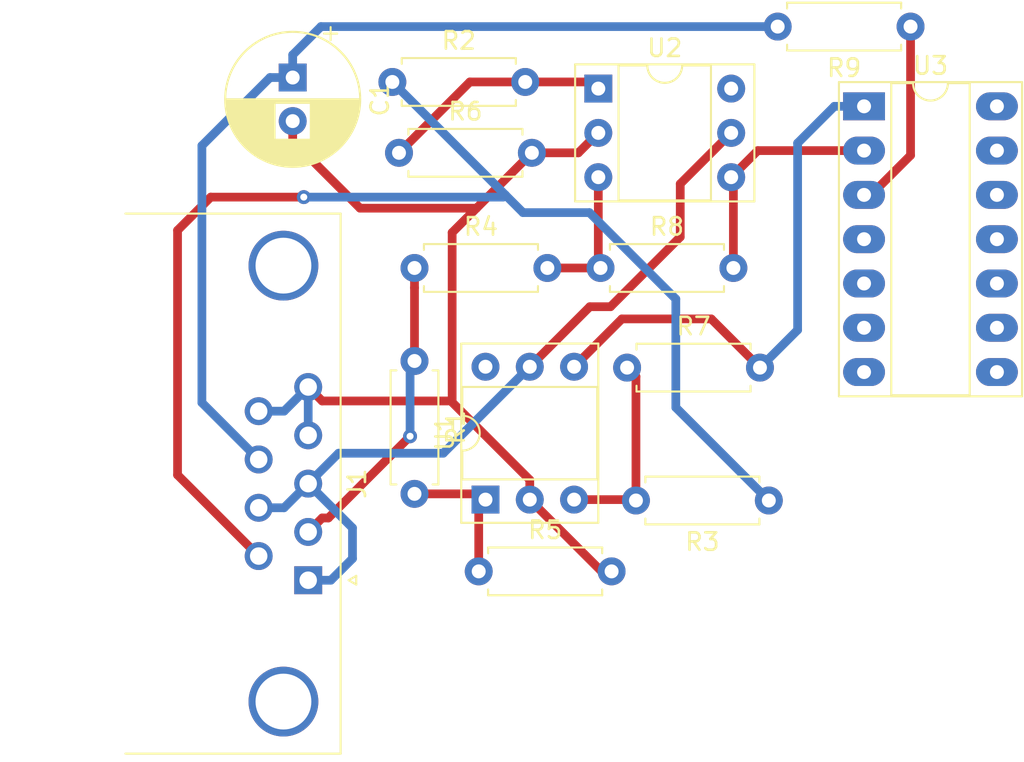
<source format=kicad_pcb>
(kicad_pcb (version 20171130) (host pcbnew "(5.0.2)-1")

  (general
    (thickness 1.6)
    (drawings 0)
    (tracks 88)
    (zones 0)
    (modules 14)
    (nets 13)
  )

  (page A4)
  (layers
    (0 F.Cu signal)
    (31 B.Cu signal)
    (32 B.Adhes user)
    (33 F.Adhes user)
    (34 B.Paste user)
    (35 F.Paste user)
    (36 B.SilkS user)
    (37 F.SilkS user)
    (38 B.Mask user)
    (39 F.Mask user)
    (40 Dwgs.User user)
    (41 Cmts.User user)
    (42 Eco1.User user)
    (43 Eco2.User user)
    (44 Edge.Cuts user)
    (45 Margin user)
    (46 B.CrtYd user)
    (47 F.CrtYd user)
    (48 B.Fab user hide)
    (49 F.Fab user hide)
  )

  (setup
    (last_trace_width 0.5)
    (trace_clearance 0.2)
    (zone_clearance 0.508)
    (zone_45_only no)
    (trace_min 0.5)
    (segment_width 0.2)
    (edge_width 0.1)
    (via_size 0.8)
    (via_drill 0.4)
    (via_min_size 0.6)
    (via_min_drill 0.3)
    (uvia_size 0.3)
    (uvia_drill 0.1)
    (uvias_allowed no)
    (uvia_min_size 0.2)
    (uvia_min_drill 0.1)
    (pcb_text_width 0.3)
    (pcb_text_size 1.5 1.5)
    (mod_edge_width 0.15)
    (mod_text_size 1 1)
    (mod_text_width 0.15)
    (pad_size 1.5 1.5)
    (pad_drill 0.6)
    (pad_to_mask_clearance 0)
    (solder_mask_min_width 0.25)
    (aux_axis_origin 0 0)
    (visible_elements 7FFFFFFF)
    (pcbplotparams
      (layerselection 0x010fc_ffffffff)
      (usegerberextensions false)
      (usegerberattributes false)
      (usegerberadvancedattributes false)
      (creategerberjobfile false)
      (excludeedgelayer true)
      (linewidth 0.100000)
      (plotframeref false)
      (viasonmask false)
      (mode 1)
      (useauxorigin false)
      (hpglpennumber 1)
      (hpglpenspeed 20)
      (hpglpendiameter 15.000000)
      (psnegative false)
      (psa4output false)
      (plotreference true)
      (plotvalue true)
      (plotinvisibletext false)
      (padsonsilk false)
      (subtractmaskfromsilk false)
      (outputformat 1)
      (mirror false)
      (drillshape 1)
      (scaleselection 1)
      (outputdirectory ""))
  )

  (net 0 "")
  (net 1 ERROR)
  (net 2 GND)
  (net 3 VCC)
  (net 4 APPS2)
  (net 5 APPS1)
  (net 6 "Net-(R1-Pad2)")
  (net 7 "Net-(R2-Pad2)")
  (net 8 "Net-(R3-Pad2)")
  (net 9 "Net-(R4-Pad2)")
  (net 10 "Net-(R7-Pad2)")
  (net 11 "Net-(R8-Pad2)")
  (net 12 "Net-(R9-Pad1)")

  (net_class Default "This is the default net class."
    (clearance 0.2)
    (trace_width 0.5)
    (via_dia 0.8)
    (via_drill 0.4)
    (uvia_dia 0.3)
    (uvia_drill 0.1)
    (diff_pair_gap 0.25)
    (diff_pair_width 0.5)
    (add_net APPS1)
    (add_net APPS2)
    (add_net ERROR)
    (add_net GND)
    (add_net "Net-(R1-Pad2)")
    (add_net "Net-(R2-Pad2)")
    (add_net "Net-(R3-Pad2)")
    (add_net "Net-(R4-Pad2)")
    (add_net "Net-(R7-Pad2)")
    (add_net "Net-(R8-Pad2)")
    (add_net "Net-(R9-Pad1)")
    (add_net VCC)
  )

  (module Capacitor_THT:CP_Radial_D7.5mm_P2.50mm (layer F.Cu) (tedit 5AE50EF0) (tstamp 5C4F4E99)
    (at 165.735 102.616 270)
    (descr "CP, Radial series, Radial, pin pitch=2.50mm, , diameter=7.5mm, Electrolytic Capacitor")
    (tags "CP Radial series Radial pin pitch 2.50mm  diameter 7.5mm Electrolytic Capacitor")
    (path /5C24B2CE)
    (fp_text reference C1 (at 1.25 -5 270) (layer F.SilkS)
      (effects (font (size 1 1) (thickness 0.15)))
    )
    (fp_text value C (at 1.25 5 270) (layer F.Fab)
      (effects (font (size 1 1) (thickness 0.15)))
    )
    (fp_circle (center 1.25 0) (end 5 0) (layer F.Fab) (width 0.1))
    (fp_circle (center 1.25 0) (end 5.12 0) (layer F.SilkS) (width 0.12))
    (fp_circle (center 1.25 0) (end 5.25 0) (layer F.CrtYd) (width 0.05))
    (fp_line (start -1.961233 -1.6375) (end -1.211233 -1.6375) (layer F.Fab) (width 0.1))
    (fp_line (start -1.586233 -2.0125) (end -1.586233 -1.2625) (layer F.Fab) (width 0.1))
    (fp_line (start 1.25 -3.83) (end 1.25 3.83) (layer F.SilkS) (width 0.12))
    (fp_line (start 1.29 -3.83) (end 1.29 3.83) (layer F.SilkS) (width 0.12))
    (fp_line (start 1.33 -3.83) (end 1.33 3.83) (layer F.SilkS) (width 0.12))
    (fp_line (start 1.37 -3.829) (end 1.37 3.829) (layer F.SilkS) (width 0.12))
    (fp_line (start 1.41 -3.827) (end 1.41 3.827) (layer F.SilkS) (width 0.12))
    (fp_line (start 1.45 -3.825) (end 1.45 3.825) (layer F.SilkS) (width 0.12))
    (fp_line (start 1.49 -3.823) (end 1.49 -1.04) (layer F.SilkS) (width 0.12))
    (fp_line (start 1.49 1.04) (end 1.49 3.823) (layer F.SilkS) (width 0.12))
    (fp_line (start 1.53 -3.82) (end 1.53 -1.04) (layer F.SilkS) (width 0.12))
    (fp_line (start 1.53 1.04) (end 1.53 3.82) (layer F.SilkS) (width 0.12))
    (fp_line (start 1.57 -3.817) (end 1.57 -1.04) (layer F.SilkS) (width 0.12))
    (fp_line (start 1.57 1.04) (end 1.57 3.817) (layer F.SilkS) (width 0.12))
    (fp_line (start 1.61 -3.814) (end 1.61 -1.04) (layer F.SilkS) (width 0.12))
    (fp_line (start 1.61 1.04) (end 1.61 3.814) (layer F.SilkS) (width 0.12))
    (fp_line (start 1.65 -3.81) (end 1.65 -1.04) (layer F.SilkS) (width 0.12))
    (fp_line (start 1.65 1.04) (end 1.65 3.81) (layer F.SilkS) (width 0.12))
    (fp_line (start 1.69 -3.805) (end 1.69 -1.04) (layer F.SilkS) (width 0.12))
    (fp_line (start 1.69 1.04) (end 1.69 3.805) (layer F.SilkS) (width 0.12))
    (fp_line (start 1.73 -3.801) (end 1.73 -1.04) (layer F.SilkS) (width 0.12))
    (fp_line (start 1.73 1.04) (end 1.73 3.801) (layer F.SilkS) (width 0.12))
    (fp_line (start 1.77 -3.795) (end 1.77 -1.04) (layer F.SilkS) (width 0.12))
    (fp_line (start 1.77 1.04) (end 1.77 3.795) (layer F.SilkS) (width 0.12))
    (fp_line (start 1.81 -3.79) (end 1.81 -1.04) (layer F.SilkS) (width 0.12))
    (fp_line (start 1.81 1.04) (end 1.81 3.79) (layer F.SilkS) (width 0.12))
    (fp_line (start 1.85 -3.784) (end 1.85 -1.04) (layer F.SilkS) (width 0.12))
    (fp_line (start 1.85 1.04) (end 1.85 3.784) (layer F.SilkS) (width 0.12))
    (fp_line (start 1.89 -3.777) (end 1.89 -1.04) (layer F.SilkS) (width 0.12))
    (fp_line (start 1.89 1.04) (end 1.89 3.777) (layer F.SilkS) (width 0.12))
    (fp_line (start 1.93 -3.77) (end 1.93 -1.04) (layer F.SilkS) (width 0.12))
    (fp_line (start 1.93 1.04) (end 1.93 3.77) (layer F.SilkS) (width 0.12))
    (fp_line (start 1.971 -3.763) (end 1.971 -1.04) (layer F.SilkS) (width 0.12))
    (fp_line (start 1.971 1.04) (end 1.971 3.763) (layer F.SilkS) (width 0.12))
    (fp_line (start 2.011 -3.755) (end 2.011 -1.04) (layer F.SilkS) (width 0.12))
    (fp_line (start 2.011 1.04) (end 2.011 3.755) (layer F.SilkS) (width 0.12))
    (fp_line (start 2.051 -3.747) (end 2.051 -1.04) (layer F.SilkS) (width 0.12))
    (fp_line (start 2.051 1.04) (end 2.051 3.747) (layer F.SilkS) (width 0.12))
    (fp_line (start 2.091 -3.738) (end 2.091 -1.04) (layer F.SilkS) (width 0.12))
    (fp_line (start 2.091 1.04) (end 2.091 3.738) (layer F.SilkS) (width 0.12))
    (fp_line (start 2.131 -3.729) (end 2.131 -1.04) (layer F.SilkS) (width 0.12))
    (fp_line (start 2.131 1.04) (end 2.131 3.729) (layer F.SilkS) (width 0.12))
    (fp_line (start 2.171 -3.72) (end 2.171 -1.04) (layer F.SilkS) (width 0.12))
    (fp_line (start 2.171 1.04) (end 2.171 3.72) (layer F.SilkS) (width 0.12))
    (fp_line (start 2.211 -3.71) (end 2.211 -1.04) (layer F.SilkS) (width 0.12))
    (fp_line (start 2.211 1.04) (end 2.211 3.71) (layer F.SilkS) (width 0.12))
    (fp_line (start 2.251 -3.699) (end 2.251 -1.04) (layer F.SilkS) (width 0.12))
    (fp_line (start 2.251 1.04) (end 2.251 3.699) (layer F.SilkS) (width 0.12))
    (fp_line (start 2.291 -3.688) (end 2.291 -1.04) (layer F.SilkS) (width 0.12))
    (fp_line (start 2.291 1.04) (end 2.291 3.688) (layer F.SilkS) (width 0.12))
    (fp_line (start 2.331 -3.677) (end 2.331 -1.04) (layer F.SilkS) (width 0.12))
    (fp_line (start 2.331 1.04) (end 2.331 3.677) (layer F.SilkS) (width 0.12))
    (fp_line (start 2.371 -3.665) (end 2.371 -1.04) (layer F.SilkS) (width 0.12))
    (fp_line (start 2.371 1.04) (end 2.371 3.665) (layer F.SilkS) (width 0.12))
    (fp_line (start 2.411 -3.653) (end 2.411 -1.04) (layer F.SilkS) (width 0.12))
    (fp_line (start 2.411 1.04) (end 2.411 3.653) (layer F.SilkS) (width 0.12))
    (fp_line (start 2.451 -3.64) (end 2.451 -1.04) (layer F.SilkS) (width 0.12))
    (fp_line (start 2.451 1.04) (end 2.451 3.64) (layer F.SilkS) (width 0.12))
    (fp_line (start 2.491 -3.626) (end 2.491 -1.04) (layer F.SilkS) (width 0.12))
    (fp_line (start 2.491 1.04) (end 2.491 3.626) (layer F.SilkS) (width 0.12))
    (fp_line (start 2.531 -3.613) (end 2.531 -1.04) (layer F.SilkS) (width 0.12))
    (fp_line (start 2.531 1.04) (end 2.531 3.613) (layer F.SilkS) (width 0.12))
    (fp_line (start 2.571 -3.598) (end 2.571 -1.04) (layer F.SilkS) (width 0.12))
    (fp_line (start 2.571 1.04) (end 2.571 3.598) (layer F.SilkS) (width 0.12))
    (fp_line (start 2.611 -3.584) (end 2.611 -1.04) (layer F.SilkS) (width 0.12))
    (fp_line (start 2.611 1.04) (end 2.611 3.584) (layer F.SilkS) (width 0.12))
    (fp_line (start 2.651 -3.568) (end 2.651 -1.04) (layer F.SilkS) (width 0.12))
    (fp_line (start 2.651 1.04) (end 2.651 3.568) (layer F.SilkS) (width 0.12))
    (fp_line (start 2.691 -3.553) (end 2.691 -1.04) (layer F.SilkS) (width 0.12))
    (fp_line (start 2.691 1.04) (end 2.691 3.553) (layer F.SilkS) (width 0.12))
    (fp_line (start 2.731 -3.536) (end 2.731 -1.04) (layer F.SilkS) (width 0.12))
    (fp_line (start 2.731 1.04) (end 2.731 3.536) (layer F.SilkS) (width 0.12))
    (fp_line (start 2.771 -3.52) (end 2.771 -1.04) (layer F.SilkS) (width 0.12))
    (fp_line (start 2.771 1.04) (end 2.771 3.52) (layer F.SilkS) (width 0.12))
    (fp_line (start 2.811 -3.502) (end 2.811 -1.04) (layer F.SilkS) (width 0.12))
    (fp_line (start 2.811 1.04) (end 2.811 3.502) (layer F.SilkS) (width 0.12))
    (fp_line (start 2.851 -3.484) (end 2.851 -1.04) (layer F.SilkS) (width 0.12))
    (fp_line (start 2.851 1.04) (end 2.851 3.484) (layer F.SilkS) (width 0.12))
    (fp_line (start 2.891 -3.466) (end 2.891 -1.04) (layer F.SilkS) (width 0.12))
    (fp_line (start 2.891 1.04) (end 2.891 3.466) (layer F.SilkS) (width 0.12))
    (fp_line (start 2.931 -3.447) (end 2.931 -1.04) (layer F.SilkS) (width 0.12))
    (fp_line (start 2.931 1.04) (end 2.931 3.447) (layer F.SilkS) (width 0.12))
    (fp_line (start 2.971 -3.427) (end 2.971 -1.04) (layer F.SilkS) (width 0.12))
    (fp_line (start 2.971 1.04) (end 2.971 3.427) (layer F.SilkS) (width 0.12))
    (fp_line (start 3.011 -3.407) (end 3.011 -1.04) (layer F.SilkS) (width 0.12))
    (fp_line (start 3.011 1.04) (end 3.011 3.407) (layer F.SilkS) (width 0.12))
    (fp_line (start 3.051 -3.386) (end 3.051 -1.04) (layer F.SilkS) (width 0.12))
    (fp_line (start 3.051 1.04) (end 3.051 3.386) (layer F.SilkS) (width 0.12))
    (fp_line (start 3.091 -3.365) (end 3.091 -1.04) (layer F.SilkS) (width 0.12))
    (fp_line (start 3.091 1.04) (end 3.091 3.365) (layer F.SilkS) (width 0.12))
    (fp_line (start 3.131 -3.343) (end 3.131 -1.04) (layer F.SilkS) (width 0.12))
    (fp_line (start 3.131 1.04) (end 3.131 3.343) (layer F.SilkS) (width 0.12))
    (fp_line (start 3.171 -3.321) (end 3.171 -1.04) (layer F.SilkS) (width 0.12))
    (fp_line (start 3.171 1.04) (end 3.171 3.321) (layer F.SilkS) (width 0.12))
    (fp_line (start 3.211 -3.297) (end 3.211 -1.04) (layer F.SilkS) (width 0.12))
    (fp_line (start 3.211 1.04) (end 3.211 3.297) (layer F.SilkS) (width 0.12))
    (fp_line (start 3.251 -3.274) (end 3.251 -1.04) (layer F.SilkS) (width 0.12))
    (fp_line (start 3.251 1.04) (end 3.251 3.274) (layer F.SilkS) (width 0.12))
    (fp_line (start 3.291 -3.249) (end 3.291 -1.04) (layer F.SilkS) (width 0.12))
    (fp_line (start 3.291 1.04) (end 3.291 3.249) (layer F.SilkS) (width 0.12))
    (fp_line (start 3.331 -3.224) (end 3.331 -1.04) (layer F.SilkS) (width 0.12))
    (fp_line (start 3.331 1.04) (end 3.331 3.224) (layer F.SilkS) (width 0.12))
    (fp_line (start 3.371 -3.198) (end 3.371 -1.04) (layer F.SilkS) (width 0.12))
    (fp_line (start 3.371 1.04) (end 3.371 3.198) (layer F.SilkS) (width 0.12))
    (fp_line (start 3.411 -3.172) (end 3.411 -1.04) (layer F.SilkS) (width 0.12))
    (fp_line (start 3.411 1.04) (end 3.411 3.172) (layer F.SilkS) (width 0.12))
    (fp_line (start 3.451 -3.144) (end 3.451 -1.04) (layer F.SilkS) (width 0.12))
    (fp_line (start 3.451 1.04) (end 3.451 3.144) (layer F.SilkS) (width 0.12))
    (fp_line (start 3.491 -3.116) (end 3.491 -1.04) (layer F.SilkS) (width 0.12))
    (fp_line (start 3.491 1.04) (end 3.491 3.116) (layer F.SilkS) (width 0.12))
    (fp_line (start 3.531 -3.088) (end 3.531 -1.04) (layer F.SilkS) (width 0.12))
    (fp_line (start 3.531 1.04) (end 3.531 3.088) (layer F.SilkS) (width 0.12))
    (fp_line (start 3.571 -3.058) (end 3.571 3.058) (layer F.SilkS) (width 0.12))
    (fp_line (start 3.611 -3.028) (end 3.611 3.028) (layer F.SilkS) (width 0.12))
    (fp_line (start 3.651 -2.996) (end 3.651 2.996) (layer F.SilkS) (width 0.12))
    (fp_line (start 3.691 -2.964) (end 3.691 2.964) (layer F.SilkS) (width 0.12))
    (fp_line (start 3.731 -2.931) (end 3.731 2.931) (layer F.SilkS) (width 0.12))
    (fp_line (start 3.771 -2.898) (end 3.771 2.898) (layer F.SilkS) (width 0.12))
    (fp_line (start 3.811 -2.863) (end 3.811 2.863) (layer F.SilkS) (width 0.12))
    (fp_line (start 3.851 -2.827) (end 3.851 2.827) (layer F.SilkS) (width 0.12))
    (fp_line (start 3.891 -2.79) (end 3.891 2.79) (layer F.SilkS) (width 0.12))
    (fp_line (start 3.931 -2.752) (end 3.931 2.752) (layer F.SilkS) (width 0.12))
    (fp_line (start 3.971 -2.713) (end 3.971 2.713) (layer F.SilkS) (width 0.12))
    (fp_line (start 4.011 -2.673) (end 4.011 2.673) (layer F.SilkS) (width 0.12))
    (fp_line (start 4.051 -2.632) (end 4.051 2.632) (layer F.SilkS) (width 0.12))
    (fp_line (start 4.091 -2.589) (end 4.091 2.589) (layer F.SilkS) (width 0.12))
    (fp_line (start 4.131 -2.546) (end 4.131 2.546) (layer F.SilkS) (width 0.12))
    (fp_line (start 4.171 -2.5) (end 4.171 2.5) (layer F.SilkS) (width 0.12))
    (fp_line (start 4.211 -2.454) (end 4.211 2.454) (layer F.SilkS) (width 0.12))
    (fp_line (start 4.251 -2.405) (end 4.251 2.405) (layer F.SilkS) (width 0.12))
    (fp_line (start 4.291 -2.355) (end 4.291 2.355) (layer F.SilkS) (width 0.12))
    (fp_line (start 4.331 -2.304) (end 4.331 2.304) (layer F.SilkS) (width 0.12))
    (fp_line (start 4.371 -2.25) (end 4.371 2.25) (layer F.SilkS) (width 0.12))
    (fp_line (start 4.411 -2.195) (end 4.411 2.195) (layer F.SilkS) (width 0.12))
    (fp_line (start 4.451 -2.137) (end 4.451 2.137) (layer F.SilkS) (width 0.12))
    (fp_line (start 4.491 -2.077) (end 4.491 2.077) (layer F.SilkS) (width 0.12))
    (fp_line (start 4.531 -2.014) (end 4.531 2.014) (layer F.SilkS) (width 0.12))
    (fp_line (start 4.571 -1.949) (end 4.571 1.949) (layer F.SilkS) (width 0.12))
    (fp_line (start 4.611 -1.881) (end 4.611 1.881) (layer F.SilkS) (width 0.12))
    (fp_line (start 4.651 -1.809) (end 4.651 1.809) (layer F.SilkS) (width 0.12))
    (fp_line (start 4.691 -1.733) (end 4.691 1.733) (layer F.SilkS) (width 0.12))
    (fp_line (start 4.731 -1.654) (end 4.731 1.654) (layer F.SilkS) (width 0.12))
    (fp_line (start 4.771 -1.569) (end 4.771 1.569) (layer F.SilkS) (width 0.12))
    (fp_line (start 4.811 -1.478) (end 4.811 1.478) (layer F.SilkS) (width 0.12))
    (fp_line (start 4.851 -1.381) (end 4.851 1.381) (layer F.SilkS) (width 0.12))
    (fp_line (start 4.891 -1.275) (end 4.891 1.275) (layer F.SilkS) (width 0.12))
    (fp_line (start 4.931 -1.158) (end 4.931 1.158) (layer F.SilkS) (width 0.12))
    (fp_line (start 4.971 -1.028) (end 4.971 1.028) (layer F.SilkS) (width 0.12))
    (fp_line (start 5.011 -0.877) (end 5.011 0.877) (layer F.SilkS) (width 0.12))
    (fp_line (start 5.051 -0.693) (end 5.051 0.693) (layer F.SilkS) (width 0.12))
    (fp_line (start 5.091 -0.441) (end 5.091 0.441) (layer F.SilkS) (width 0.12))
    (fp_line (start -2.892211 -2.175) (end -2.142211 -2.175) (layer F.SilkS) (width 0.12))
    (fp_line (start -2.517211 -2.55) (end -2.517211 -1.8) (layer F.SilkS) (width 0.12))
    (fp_text user %R (at 1.25 0 270) (layer F.Fab)
      (effects (font (size 1 1) (thickness 0.15)))
    )
    (pad 1 thru_hole rect (at 0 0 270) (size 1.6 1.6) (drill 0.8) (layers *.Cu *.Mask)
      (net 1 ERROR))
    (pad 2 thru_hole circle (at 2.5 0 270) (size 1.6 1.6) (drill 0.8) (layers *.Cu *.Mask)
      (net 2 GND))
    (model ${KISYS3DMOD}/Capacitor_THT.3dshapes/CP_Radial_D7.5mm_P2.50mm.wrl
      (at (xyz 0 0 0))
      (scale (xyz 1 1 1))
      (rotate (xyz 0 0 0))
    )
  )

  (module Connector_Dsub:DSUB-9_Female_Horizontal_P2.77x2.84mm_EdgePinOffset7.70mm_Housed_MountingHolesOffset9.12mm (layer F.Cu) (tedit 59FEDEE2) (tstamp 5C4F4ECD)
    (at 166.624 131.445 270)
    (descr "9-pin D-Sub connector, horizontal/angled (90 deg), THT-mount, female, pitch 2.77x2.84mm, pin-PCB-offset 7.699999999999999mm, distance of mounting holes 25mm, distance of mounting holes to PCB edge 9.12mm, see https://disti-assets.s3.amazonaws.com/tonar/files/datasheets/16730.pdf")
    (tags "9-pin D-Sub connector horizontal angled 90deg THT female pitch 2.77x2.84mm pin-PCB-offset 7.699999999999999mm mounting-holes-distance 25mm mounting-hole-offset 25mm")
    (path /5C2169F5)
    (fp_text reference J1 (at -5.54 -2.8 270) (layer F.SilkS)
      (effects (font (size 1 1) (thickness 0.15)))
    )
    (fp_text value DB9_Female (at -5.54 18.61 270) (layer F.Fab)
      (effects (font (size 1 1) (thickness 0.15)))
    )
    (fp_arc (start -18.04 1.42) (end -19.64 1.42) (angle 180) (layer F.Fab) (width 0.1))
    (fp_arc (start 6.96 1.42) (end 5.36 1.42) (angle 180) (layer F.Fab) (width 0.1))
    (fp_line (start -20.965 -1.8) (end -20.965 10.54) (layer F.Fab) (width 0.1))
    (fp_line (start -20.965 10.54) (end 9.885 10.54) (layer F.Fab) (width 0.1))
    (fp_line (start 9.885 10.54) (end 9.885 -1.8) (layer F.Fab) (width 0.1))
    (fp_line (start 9.885 -1.8) (end -20.965 -1.8) (layer F.Fab) (width 0.1))
    (fp_line (start -20.965 10.54) (end -20.965 10.94) (layer F.Fab) (width 0.1))
    (fp_line (start -20.965 10.94) (end 9.885 10.94) (layer F.Fab) (width 0.1))
    (fp_line (start 9.885 10.94) (end 9.885 10.54) (layer F.Fab) (width 0.1))
    (fp_line (start 9.885 10.54) (end -20.965 10.54) (layer F.Fab) (width 0.1))
    (fp_line (start -13.69 10.94) (end -13.69 17.11) (layer F.Fab) (width 0.1))
    (fp_line (start -13.69 17.11) (end 2.61 17.11) (layer F.Fab) (width 0.1))
    (fp_line (start 2.61 17.11) (end 2.61 10.94) (layer F.Fab) (width 0.1))
    (fp_line (start 2.61 10.94) (end -13.69 10.94) (layer F.Fab) (width 0.1))
    (fp_line (start -20.54 10.94) (end -20.54 15.94) (layer F.Fab) (width 0.1))
    (fp_line (start -20.54 15.94) (end -15.54 15.94) (layer F.Fab) (width 0.1))
    (fp_line (start -15.54 15.94) (end -15.54 10.94) (layer F.Fab) (width 0.1))
    (fp_line (start -15.54 10.94) (end -20.54 10.94) (layer F.Fab) (width 0.1))
    (fp_line (start 4.46 10.94) (end 4.46 15.94) (layer F.Fab) (width 0.1))
    (fp_line (start 4.46 15.94) (end 9.46 15.94) (layer F.Fab) (width 0.1))
    (fp_line (start 9.46 15.94) (end 9.46 10.94) (layer F.Fab) (width 0.1))
    (fp_line (start 9.46 10.94) (end 4.46 10.94) (layer F.Fab) (width 0.1))
    (fp_line (start -19.64 10.54) (end -19.64 1.42) (layer F.Fab) (width 0.1))
    (fp_line (start -16.44 10.54) (end -16.44 1.42) (layer F.Fab) (width 0.1))
    (fp_line (start 5.36 10.54) (end 5.36 1.42) (layer F.Fab) (width 0.1))
    (fp_line (start 8.56 10.54) (end 8.56 1.42) (layer F.Fab) (width 0.1))
    (fp_line (start -21.025 10.48) (end -21.025 -1.86) (layer F.SilkS) (width 0.12))
    (fp_line (start -21.025 -1.86) (end 9.945 -1.86) (layer F.SilkS) (width 0.12))
    (fp_line (start 9.945 -1.86) (end 9.945 10.48) (layer F.SilkS) (width 0.12))
    (fp_line (start -0.25 -2.754338) (end 0.25 -2.754338) (layer F.SilkS) (width 0.12))
    (fp_line (start 0.25 -2.754338) (end 0 -2.321325) (layer F.SilkS) (width 0.12))
    (fp_line (start 0 -2.321325) (end -0.25 -2.754338) (layer F.SilkS) (width 0.12))
    (fp_line (start -21.5 -2.35) (end -21.5 17.65) (layer F.CrtYd) (width 0.05))
    (fp_line (start -21.5 17.65) (end 10.4 17.65) (layer F.CrtYd) (width 0.05))
    (fp_line (start 10.4 17.65) (end 10.4 -2.35) (layer F.CrtYd) (width 0.05))
    (fp_line (start 10.4 -2.35) (end -21.5 -2.35) (layer F.CrtYd) (width 0.05))
    (fp_text user %R (at -5.54 14.025 270) (layer F.Fab)
      (effects (font (size 1 1) (thickness 0.15)))
    )
    (pad 1 thru_hole rect (at 0 0 270) (size 1.6 1.6) (drill 1) (layers *.Cu *.Mask)
      (net 3 VCC))
    (pad 2 thru_hole circle (at -2.77 0 270) (size 1.6 1.6) (drill 1) (layers *.Cu *.Mask)
      (net 4 APPS2))
    (pad 3 thru_hole circle (at -5.54 0 270) (size 1.6 1.6) (drill 1) (layers *.Cu *.Mask)
      (net 3 VCC))
    (pad 4 thru_hole circle (at -8.31 0 270) (size 1.6 1.6) (drill 1) (layers *.Cu *.Mask)
      (net 2 GND))
    (pad 5 thru_hole circle (at -11.08 0 270) (size 1.6 1.6) (drill 1) (layers *.Cu *.Mask)
      (net 2 GND))
    (pad 6 thru_hole circle (at -1.385 2.84 270) (size 1.6 1.6) (drill 1) (layers *.Cu *.Mask)
      (net 5 APPS1))
    (pad 7 thru_hole circle (at -4.155 2.84 270) (size 1.6 1.6) (drill 1) (layers *.Cu *.Mask)
      (net 3 VCC))
    (pad 8 thru_hole circle (at -6.925 2.84 270) (size 1.6 1.6) (drill 1) (layers *.Cu *.Mask)
      (net 1 ERROR))
    (pad 9 thru_hole circle (at -9.695 2.84 270) (size 1.6 1.6) (drill 1) (layers *.Cu *.Mask)
      (net 2 GND))
    (pad 0 thru_hole circle (at -18.04 1.42 270) (size 4 4) (drill 3.2) (layers *.Cu *.Mask))
    (pad 0 thru_hole circle (at 6.96 1.42 270) (size 4 4) (drill 3.2) (layers *.Cu *.Mask))
    (model ${KISYS3DMOD}/Connector_Dsub.3dshapes/DSUB-9_Female_Horizontal_P2.77x2.84mm_EdgePinOffset7.70mm_Housed_MountingHolesOffset9.12mm.wrl
      (at (xyz 0 0 0))
      (scale (xyz 1 1 1))
      (rotate (xyz 0 0 0))
    )
  )

  (module Resistor_THT:R_Axial_DIN0207_L6.3mm_D2.5mm_P7.62mm_Horizontal (layer F.Cu) (tedit 5AE5139B) (tstamp 5C4F4EE4)
    (at 172.72 118.872 270)
    (descr "Resistor, Axial_DIN0207 series, Axial, Horizontal, pin pitch=7.62mm, 0.25W = 1/4W, length*diameter=6.3*2.5mm^2, http://cdn-reichelt.de/documents/datenblatt/B400/1_4W%23YAG.pdf")
    (tags "Resistor Axial_DIN0207 series Axial Horizontal pin pitch 7.62mm 0.25W = 1/4W length 6.3mm diameter 2.5mm")
    (path /5C24D9FD)
    (fp_text reference R1 (at 3.81 -2.37 270) (layer F.SilkS)
      (effects (font (size 1 1) (thickness 0.15)))
    )
    (fp_text value R (at 3.81 2.37 270) (layer F.Fab)
      (effects (font (size 1 1) (thickness 0.15)))
    )
    (fp_text user %R (at 3.81 0 270) (layer F.Fab)
      (effects (font (size 1 1) (thickness 0.15)))
    )
    (fp_line (start 8.67 -1.5) (end -1.05 -1.5) (layer F.CrtYd) (width 0.05))
    (fp_line (start 8.67 1.5) (end 8.67 -1.5) (layer F.CrtYd) (width 0.05))
    (fp_line (start -1.05 1.5) (end 8.67 1.5) (layer F.CrtYd) (width 0.05))
    (fp_line (start -1.05 -1.5) (end -1.05 1.5) (layer F.CrtYd) (width 0.05))
    (fp_line (start 7.08 1.37) (end 7.08 1.04) (layer F.SilkS) (width 0.12))
    (fp_line (start 0.54 1.37) (end 7.08 1.37) (layer F.SilkS) (width 0.12))
    (fp_line (start 0.54 1.04) (end 0.54 1.37) (layer F.SilkS) (width 0.12))
    (fp_line (start 7.08 -1.37) (end 7.08 -1.04) (layer F.SilkS) (width 0.12))
    (fp_line (start 0.54 -1.37) (end 7.08 -1.37) (layer F.SilkS) (width 0.12))
    (fp_line (start 0.54 -1.04) (end 0.54 -1.37) (layer F.SilkS) (width 0.12))
    (fp_line (start 7.62 0) (end 6.96 0) (layer F.Fab) (width 0.1))
    (fp_line (start 0 0) (end 0.66 0) (layer F.Fab) (width 0.1))
    (fp_line (start 6.96 -1.25) (end 0.66 -1.25) (layer F.Fab) (width 0.1))
    (fp_line (start 6.96 1.25) (end 6.96 -1.25) (layer F.Fab) (width 0.1))
    (fp_line (start 0.66 1.25) (end 6.96 1.25) (layer F.Fab) (width 0.1))
    (fp_line (start 0.66 -1.25) (end 0.66 1.25) (layer F.Fab) (width 0.1))
    (pad 2 thru_hole oval (at 7.62 0 270) (size 1.6 1.6) (drill 0.8) (layers *.Cu *.Mask)
      (net 6 "Net-(R1-Pad2)"))
    (pad 1 thru_hole circle (at 0 0 270) (size 1.6 1.6) (drill 0.8) (layers *.Cu *.Mask)
      (net 4 APPS2))
    (model ${KISYS3DMOD}/Resistor_THT.3dshapes/R_Axial_DIN0207_L6.3mm_D2.5mm_P7.62mm_Horizontal.wrl
      (at (xyz 0 0 0))
      (scale (xyz 1 1 1))
      (rotate (xyz 0 0 0))
    )
  )

  (module Resistor_THT:R_Axial_DIN0207_L6.3mm_D2.5mm_P7.62mm_Horizontal (layer F.Cu) (tedit 5AE5139B) (tstamp 5C4F4EFB)
    (at 171.45 102.87)
    (descr "Resistor, Axial_DIN0207 series, Axial, Horizontal, pin pitch=7.62mm, 0.25W = 1/4W, length*diameter=6.3*2.5mm^2, http://cdn-reichelt.de/documents/datenblatt/B400/1_4W%23YAG.pdf")
    (tags "Resistor Axial_DIN0207 series Axial Horizontal pin pitch 7.62mm 0.25W = 1/4W length 6.3mm diameter 2.5mm")
    (path /5C24DD40)
    (fp_text reference R2 (at 3.81 -2.37) (layer F.SilkS)
      (effects (font (size 1 1) (thickness 0.15)))
    )
    (fp_text value R (at 3.81 2.37) (layer F.Fab)
      (effects (font (size 1 1) (thickness 0.15)))
    )
    (fp_line (start 0.66 -1.25) (end 0.66 1.25) (layer F.Fab) (width 0.1))
    (fp_line (start 0.66 1.25) (end 6.96 1.25) (layer F.Fab) (width 0.1))
    (fp_line (start 6.96 1.25) (end 6.96 -1.25) (layer F.Fab) (width 0.1))
    (fp_line (start 6.96 -1.25) (end 0.66 -1.25) (layer F.Fab) (width 0.1))
    (fp_line (start 0 0) (end 0.66 0) (layer F.Fab) (width 0.1))
    (fp_line (start 7.62 0) (end 6.96 0) (layer F.Fab) (width 0.1))
    (fp_line (start 0.54 -1.04) (end 0.54 -1.37) (layer F.SilkS) (width 0.12))
    (fp_line (start 0.54 -1.37) (end 7.08 -1.37) (layer F.SilkS) (width 0.12))
    (fp_line (start 7.08 -1.37) (end 7.08 -1.04) (layer F.SilkS) (width 0.12))
    (fp_line (start 0.54 1.04) (end 0.54 1.37) (layer F.SilkS) (width 0.12))
    (fp_line (start 0.54 1.37) (end 7.08 1.37) (layer F.SilkS) (width 0.12))
    (fp_line (start 7.08 1.37) (end 7.08 1.04) (layer F.SilkS) (width 0.12))
    (fp_line (start -1.05 -1.5) (end -1.05 1.5) (layer F.CrtYd) (width 0.05))
    (fp_line (start -1.05 1.5) (end 8.67 1.5) (layer F.CrtYd) (width 0.05))
    (fp_line (start 8.67 1.5) (end 8.67 -1.5) (layer F.CrtYd) (width 0.05))
    (fp_line (start 8.67 -1.5) (end -1.05 -1.5) (layer F.CrtYd) (width 0.05))
    (fp_text user %R (at 3.81 0) (layer F.Fab)
      (effects (font (size 1 1) (thickness 0.15)))
    )
    (pad 1 thru_hole circle (at 0 0) (size 1.6 1.6) (drill 0.8) (layers *.Cu *.Mask)
      (net 5 APPS1))
    (pad 2 thru_hole oval (at 7.62 0) (size 1.6 1.6) (drill 0.8) (layers *.Cu *.Mask)
      (net 7 "Net-(R2-Pad2)"))
    (model ${KISYS3DMOD}/Resistor_THT.3dshapes/R_Axial_DIN0207_L6.3mm_D2.5mm_P7.62mm_Horizontal.wrl
      (at (xyz 0 0 0))
      (scale (xyz 1 1 1))
      (rotate (xyz 0 0 0))
    )
  )

  (module Resistor_THT:R_Axial_DIN0207_L6.3mm_D2.5mm_P7.62mm_Horizontal (layer F.Cu) (tedit 5AE5139B) (tstamp 5C4F4F12)
    (at 193.04 126.873 180)
    (descr "Resistor, Axial_DIN0207 series, Axial, Horizontal, pin pitch=7.62mm, 0.25W = 1/4W, length*diameter=6.3*2.5mm^2, http://cdn-reichelt.de/documents/datenblatt/B400/1_4W%23YAG.pdf")
    (tags "Resistor Axial_DIN0207 series Axial Horizontal pin pitch 7.62mm 0.25W = 1/4W length 6.3mm diameter 2.5mm")
    (path /5C24CCF3)
    (fp_text reference R3 (at 3.81 -2.37 180) (layer F.SilkS)
      (effects (font (size 1 1) (thickness 0.15)))
    )
    (fp_text value R (at 3.81 2.37 180) (layer F.Fab)
      (effects (font (size 1 1) (thickness 0.15)))
    )
    (fp_text user %R (at 3.81 0 180) (layer F.Fab)
      (effects (font (size 1 1) (thickness 0.15)))
    )
    (fp_line (start 8.67 -1.5) (end -1.05 -1.5) (layer F.CrtYd) (width 0.05))
    (fp_line (start 8.67 1.5) (end 8.67 -1.5) (layer F.CrtYd) (width 0.05))
    (fp_line (start -1.05 1.5) (end 8.67 1.5) (layer F.CrtYd) (width 0.05))
    (fp_line (start -1.05 -1.5) (end -1.05 1.5) (layer F.CrtYd) (width 0.05))
    (fp_line (start 7.08 1.37) (end 7.08 1.04) (layer F.SilkS) (width 0.12))
    (fp_line (start 0.54 1.37) (end 7.08 1.37) (layer F.SilkS) (width 0.12))
    (fp_line (start 0.54 1.04) (end 0.54 1.37) (layer F.SilkS) (width 0.12))
    (fp_line (start 7.08 -1.37) (end 7.08 -1.04) (layer F.SilkS) (width 0.12))
    (fp_line (start 0.54 -1.37) (end 7.08 -1.37) (layer F.SilkS) (width 0.12))
    (fp_line (start 0.54 -1.04) (end 0.54 -1.37) (layer F.SilkS) (width 0.12))
    (fp_line (start 7.62 0) (end 6.96 0) (layer F.Fab) (width 0.1))
    (fp_line (start 0 0) (end 0.66 0) (layer F.Fab) (width 0.1))
    (fp_line (start 6.96 -1.25) (end 0.66 -1.25) (layer F.Fab) (width 0.1))
    (fp_line (start 6.96 1.25) (end 6.96 -1.25) (layer F.Fab) (width 0.1))
    (fp_line (start 0.66 1.25) (end 6.96 1.25) (layer F.Fab) (width 0.1))
    (fp_line (start 0.66 -1.25) (end 0.66 1.25) (layer F.Fab) (width 0.1))
    (pad 2 thru_hole oval (at 7.62 0 180) (size 1.6 1.6) (drill 0.8) (layers *.Cu *.Mask)
      (net 8 "Net-(R3-Pad2)"))
    (pad 1 thru_hole circle (at 0 0 180) (size 1.6 1.6) (drill 0.8) (layers *.Cu *.Mask)
      (net 5 APPS1))
    (model ${KISYS3DMOD}/Resistor_THT.3dshapes/R_Axial_DIN0207_L6.3mm_D2.5mm_P7.62mm_Horizontal.wrl
      (at (xyz 0 0 0))
      (scale (xyz 1 1 1))
      (rotate (xyz 0 0 0))
    )
  )

  (module Resistor_THT:R_Axial_DIN0207_L6.3mm_D2.5mm_P7.62mm_Horizontal (layer F.Cu) (tedit 5AE5139B) (tstamp 5C4F4F29)
    (at 172.72 113.538)
    (descr "Resistor, Axial_DIN0207 series, Axial, Horizontal, pin pitch=7.62mm, 0.25W = 1/4W, length*diameter=6.3*2.5mm^2, http://cdn-reichelt.de/documents/datenblatt/B400/1_4W%23YAG.pdf")
    (tags "Resistor Axial_DIN0207 series Axial Horizontal pin pitch 7.62mm 0.25W = 1/4W length 6.3mm diameter 2.5mm")
    (path /5C24CC7B)
    (fp_text reference R4 (at 3.81 -2.37) (layer F.SilkS)
      (effects (font (size 1 1) (thickness 0.15)))
    )
    (fp_text value R (at 3.81 2.37) (layer F.Fab)
      (effects (font (size 1 1) (thickness 0.15)))
    )
    (fp_line (start 0.66 -1.25) (end 0.66 1.25) (layer F.Fab) (width 0.1))
    (fp_line (start 0.66 1.25) (end 6.96 1.25) (layer F.Fab) (width 0.1))
    (fp_line (start 6.96 1.25) (end 6.96 -1.25) (layer F.Fab) (width 0.1))
    (fp_line (start 6.96 -1.25) (end 0.66 -1.25) (layer F.Fab) (width 0.1))
    (fp_line (start 0 0) (end 0.66 0) (layer F.Fab) (width 0.1))
    (fp_line (start 7.62 0) (end 6.96 0) (layer F.Fab) (width 0.1))
    (fp_line (start 0.54 -1.04) (end 0.54 -1.37) (layer F.SilkS) (width 0.12))
    (fp_line (start 0.54 -1.37) (end 7.08 -1.37) (layer F.SilkS) (width 0.12))
    (fp_line (start 7.08 -1.37) (end 7.08 -1.04) (layer F.SilkS) (width 0.12))
    (fp_line (start 0.54 1.04) (end 0.54 1.37) (layer F.SilkS) (width 0.12))
    (fp_line (start 0.54 1.37) (end 7.08 1.37) (layer F.SilkS) (width 0.12))
    (fp_line (start 7.08 1.37) (end 7.08 1.04) (layer F.SilkS) (width 0.12))
    (fp_line (start -1.05 -1.5) (end -1.05 1.5) (layer F.CrtYd) (width 0.05))
    (fp_line (start -1.05 1.5) (end 8.67 1.5) (layer F.CrtYd) (width 0.05))
    (fp_line (start 8.67 1.5) (end 8.67 -1.5) (layer F.CrtYd) (width 0.05))
    (fp_line (start 8.67 -1.5) (end -1.05 -1.5) (layer F.CrtYd) (width 0.05))
    (fp_text user %R (at 3.81 0) (layer F.Fab)
      (effects (font (size 1 1) (thickness 0.15)))
    )
    (pad 1 thru_hole circle (at 0 0) (size 1.6 1.6) (drill 0.8) (layers *.Cu *.Mask)
      (net 4 APPS2))
    (pad 2 thru_hole oval (at 7.62 0) (size 1.6 1.6) (drill 0.8) (layers *.Cu *.Mask)
      (net 9 "Net-(R4-Pad2)"))
    (model ${KISYS3DMOD}/Resistor_THT.3dshapes/R_Axial_DIN0207_L6.3mm_D2.5mm_P7.62mm_Horizontal.wrl
      (at (xyz 0 0 0))
      (scale (xyz 1 1 1))
      (rotate (xyz 0 0 0))
    )
  )

  (module Resistor_THT:R_Axial_DIN0207_L6.3mm_D2.5mm_P7.62mm_Horizontal (layer F.Cu) (tedit 5AE5139B) (tstamp 5C4F4F40)
    (at 176.403 130.937)
    (descr "Resistor, Axial_DIN0207 series, Axial, Horizontal, pin pitch=7.62mm, 0.25W = 1/4W, length*diameter=6.3*2.5mm^2, http://cdn-reichelt.de/documents/datenblatt/B400/1_4W%23YAG.pdf")
    (tags "Resistor Axial_DIN0207 series Axial Horizontal pin pitch 7.62mm 0.25W = 1/4W length 6.3mm diameter 2.5mm")
    (path /5C24B1EC)
    (fp_text reference R5 (at 3.81 -2.37) (layer F.SilkS)
      (effects (font (size 1 1) (thickness 0.15)))
    )
    (fp_text value R (at 3.81 2.37) (layer F.Fab)
      (effects (font (size 1 1) (thickness 0.15)))
    )
    (fp_line (start 0.66 -1.25) (end 0.66 1.25) (layer F.Fab) (width 0.1))
    (fp_line (start 0.66 1.25) (end 6.96 1.25) (layer F.Fab) (width 0.1))
    (fp_line (start 6.96 1.25) (end 6.96 -1.25) (layer F.Fab) (width 0.1))
    (fp_line (start 6.96 -1.25) (end 0.66 -1.25) (layer F.Fab) (width 0.1))
    (fp_line (start 0 0) (end 0.66 0) (layer F.Fab) (width 0.1))
    (fp_line (start 7.62 0) (end 6.96 0) (layer F.Fab) (width 0.1))
    (fp_line (start 0.54 -1.04) (end 0.54 -1.37) (layer F.SilkS) (width 0.12))
    (fp_line (start 0.54 -1.37) (end 7.08 -1.37) (layer F.SilkS) (width 0.12))
    (fp_line (start 7.08 -1.37) (end 7.08 -1.04) (layer F.SilkS) (width 0.12))
    (fp_line (start 0.54 1.04) (end 0.54 1.37) (layer F.SilkS) (width 0.12))
    (fp_line (start 0.54 1.37) (end 7.08 1.37) (layer F.SilkS) (width 0.12))
    (fp_line (start 7.08 1.37) (end 7.08 1.04) (layer F.SilkS) (width 0.12))
    (fp_line (start -1.05 -1.5) (end -1.05 1.5) (layer F.CrtYd) (width 0.05))
    (fp_line (start -1.05 1.5) (end 8.67 1.5) (layer F.CrtYd) (width 0.05))
    (fp_line (start 8.67 1.5) (end 8.67 -1.5) (layer F.CrtYd) (width 0.05))
    (fp_line (start 8.67 -1.5) (end -1.05 -1.5) (layer F.CrtYd) (width 0.05))
    (fp_text user %R (at 3.81 0) (layer F.Fab)
      (effects (font (size 1 1) (thickness 0.15)))
    )
    (pad 1 thru_hole circle (at 0 0) (size 1.6 1.6) (drill 0.8) (layers *.Cu *.Mask)
      (net 6 "Net-(R1-Pad2)"))
    (pad 2 thru_hole oval (at 7.62 0) (size 1.6 1.6) (drill 0.8) (layers *.Cu *.Mask)
      (net 2 GND))
    (model ${KISYS3DMOD}/Resistor_THT.3dshapes/R_Axial_DIN0207_L6.3mm_D2.5mm_P7.62mm_Horizontal.wrl
      (at (xyz 0 0 0))
      (scale (xyz 1 1 1))
      (rotate (xyz 0 0 0))
    )
  )

  (module Resistor_THT:R_Axial_DIN0207_L6.3mm_D2.5mm_P7.62mm_Horizontal (layer F.Cu) (tedit 5AE5139B) (tstamp 5C4F4F57)
    (at 171.831 106.934)
    (descr "Resistor, Axial_DIN0207 series, Axial, Horizontal, pin pitch=7.62mm, 0.25W = 1/4W, length*diameter=6.3*2.5mm^2, http://cdn-reichelt.de/documents/datenblatt/B400/1_4W%23YAG.pdf")
    (tags "Resistor Axial_DIN0207 series Axial Horizontal pin pitch 7.62mm 0.25W = 1/4W length 6.3mm diameter 2.5mm")
    (path /5C24CA54)
    (fp_text reference R6 (at 3.81 -2.37) (layer F.SilkS)
      (effects (font (size 1 1) (thickness 0.15)))
    )
    (fp_text value R (at 3.81 2.37) (layer F.Fab)
      (effects (font (size 1 1) (thickness 0.15)))
    )
    (fp_line (start 0.66 -1.25) (end 0.66 1.25) (layer F.Fab) (width 0.1))
    (fp_line (start 0.66 1.25) (end 6.96 1.25) (layer F.Fab) (width 0.1))
    (fp_line (start 6.96 1.25) (end 6.96 -1.25) (layer F.Fab) (width 0.1))
    (fp_line (start 6.96 -1.25) (end 0.66 -1.25) (layer F.Fab) (width 0.1))
    (fp_line (start 0 0) (end 0.66 0) (layer F.Fab) (width 0.1))
    (fp_line (start 7.62 0) (end 6.96 0) (layer F.Fab) (width 0.1))
    (fp_line (start 0.54 -1.04) (end 0.54 -1.37) (layer F.SilkS) (width 0.12))
    (fp_line (start 0.54 -1.37) (end 7.08 -1.37) (layer F.SilkS) (width 0.12))
    (fp_line (start 7.08 -1.37) (end 7.08 -1.04) (layer F.SilkS) (width 0.12))
    (fp_line (start 0.54 1.04) (end 0.54 1.37) (layer F.SilkS) (width 0.12))
    (fp_line (start 0.54 1.37) (end 7.08 1.37) (layer F.SilkS) (width 0.12))
    (fp_line (start 7.08 1.37) (end 7.08 1.04) (layer F.SilkS) (width 0.12))
    (fp_line (start -1.05 -1.5) (end -1.05 1.5) (layer F.CrtYd) (width 0.05))
    (fp_line (start -1.05 1.5) (end 8.67 1.5) (layer F.CrtYd) (width 0.05))
    (fp_line (start 8.67 1.5) (end 8.67 -1.5) (layer F.CrtYd) (width 0.05))
    (fp_line (start 8.67 -1.5) (end -1.05 -1.5) (layer F.CrtYd) (width 0.05))
    (fp_text user %R (at 3.81 0) (layer F.Fab)
      (effects (font (size 1 1) (thickness 0.15)))
    )
    (pad 1 thru_hole circle (at 0 0) (size 1.6 1.6) (drill 0.8) (layers *.Cu *.Mask)
      (net 7 "Net-(R2-Pad2)"))
    (pad 2 thru_hole oval (at 7.62 0) (size 1.6 1.6) (drill 0.8) (layers *.Cu *.Mask)
      (net 2 GND))
    (model ${KISYS3DMOD}/Resistor_THT.3dshapes/R_Axial_DIN0207_L6.3mm_D2.5mm_P7.62mm_Horizontal.wrl
      (at (xyz 0 0 0))
      (scale (xyz 1 1 1))
      (rotate (xyz 0 0 0))
    )
  )

  (module Resistor_THT:R_Axial_DIN0207_L6.3mm_D2.5mm_P7.62mm_Horizontal (layer F.Cu) (tedit 5AE5139B) (tstamp 5C4F4F6E)
    (at 184.912 119.253)
    (descr "Resistor, Axial_DIN0207 series, Axial, Horizontal, pin pitch=7.62mm, 0.25W = 1/4W, length*diameter=6.3*2.5mm^2, http://cdn-reichelt.de/documents/datenblatt/B400/1_4W%23YAG.pdf")
    (tags "Resistor Axial_DIN0207 series Axial Horizontal pin pitch 7.62mm 0.25W = 1/4W length 6.3mm diameter 2.5mm")
    (path /5C24D1AD)
    (fp_text reference R7 (at 3.81 -2.37) (layer F.SilkS)
      (effects (font (size 1 1) (thickness 0.15)))
    )
    (fp_text value R (at 3.81 2.37) (layer F.Fab)
      (effects (font (size 1 1) (thickness 0.15)))
    )
    (fp_line (start 0.66 -1.25) (end 0.66 1.25) (layer F.Fab) (width 0.1))
    (fp_line (start 0.66 1.25) (end 6.96 1.25) (layer F.Fab) (width 0.1))
    (fp_line (start 6.96 1.25) (end 6.96 -1.25) (layer F.Fab) (width 0.1))
    (fp_line (start 6.96 -1.25) (end 0.66 -1.25) (layer F.Fab) (width 0.1))
    (fp_line (start 0 0) (end 0.66 0) (layer F.Fab) (width 0.1))
    (fp_line (start 7.62 0) (end 6.96 0) (layer F.Fab) (width 0.1))
    (fp_line (start 0.54 -1.04) (end 0.54 -1.37) (layer F.SilkS) (width 0.12))
    (fp_line (start 0.54 -1.37) (end 7.08 -1.37) (layer F.SilkS) (width 0.12))
    (fp_line (start 7.08 -1.37) (end 7.08 -1.04) (layer F.SilkS) (width 0.12))
    (fp_line (start 0.54 1.04) (end 0.54 1.37) (layer F.SilkS) (width 0.12))
    (fp_line (start 0.54 1.37) (end 7.08 1.37) (layer F.SilkS) (width 0.12))
    (fp_line (start 7.08 1.37) (end 7.08 1.04) (layer F.SilkS) (width 0.12))
    (fp_line (start -1.05 -1.5) (end -1.05 1.5) (layer F.CrtYd) (width 0.05))
    (fp_line (start -1.05 1.5) (end 8.67 1.5) (layer F.CrtYd) (width 0.05))
    (fp_line (start 8.67 1.5) (end 8.67 -1.5) (layer F.CrtYd) (width 0.05))
    (fp_line (start 8.67 -1.5) (end -1.05 -1.5) (layer F.CrtYd) (width 0.05))
    (fp_text user %R (at 3.81 0) (layer F.Fab)
      (effects (font (size 1 1) (thickness 0.15)))
    )
    (pad 1 thru_hole circle (at 0 0) (size 1.6 1.6) (drill 0.8) (layers *.Cu *.Mask)
      (net 8 "Net-(R3-Pad2)"))
    (pad 2 thru_hole oval (at 7.62 0) (size 1.6 1.6) (drill 0.8) (layers *.Cu *.Mask)
      (net 10 "Net-(R7-Pad2)"))
    (model ${KISYS3DMOD}/Resistor_THT.3dshapes/R_Axial_DIN0207_L6.3mm_D2.5mm_P7.62mm_Horizontal.wrl
      (at (xyz 0 0 0))
      (scale (xyz 1 1 1))
      (rotate (xyz 0 0 0))
    )
  )

  (module Resistor_THT:R_Axial_DIN0207_L6.3mm_D2.5mm_P7.62mm_Horizontal (layer F.Cu) (tedit 5AE5139B) (tstamp 5C4F4F85)
    (at 183.388 113.538)
    (descr "Resistor, Axial_DIN0207 series, Axial, Horizontal, pin pitch=7.62mm, 0.25W = 1/4W, length*diameter=6.3*2.5mm^2, http://cdn-reichelt.de/documents/datenblatt/B400/1_4W%23YAG.pdf")
    (tags "Resistor Axial_DIN0207 series Axial Horizontal pin pitch 7.62mm 0.25W = 1/4W length 6.3mm diameter 2.5mm")
    (path /5C24CAEE)
    (fp_text reference R8 (at 3.81 -2.37) (layer F.SilkS)
      (effects (font (size 1 1) (thickness 0.15)))
    )
    (fp_text value R (at 3.81 2.37) (layer F.Fab)
      (effects (font (size 1 1) (thickness 0.15)))
    )
    (fp_text user %R (at 3.81 0) (layer F.Fab)
      (effects (font (size 1 1) (thickness 0.15)))
    )
    (fp_line (start 8.67 -1.5) (end -1.05 -1.5) (layer F.CrtYd) (width 0.05))
    (fp_line (start 8.67 1.5) (end 8.67 -1.5) (layer F.CrtYd) (width 0.05))
    (fp_line (start -1.05 1.5) (end 8.67 1.5) (layer F.CrtYd) (width 0.05))
    (fp_line (start -1.05 -1.5) (end -1.05 1.5) (layer F.CrtYd) (width 0.05))
    (fp_line (start 7.08 1.37) (end 7.08 1.04) (layer F.SilkS) (width 0.12))
    (fp_line (start 0.54 1.37) (end 7.08 1.37) (layer F.SilkS) (width 0.12))
    (fp_line (start 0.54 1.04) (end 0.54 1.37) (layer F.SilkS) (width 0.12))
    (fp_line (start 7.08 -1.37) (end 7.08 -1.04) (layer F.SilkS) (width 0.12))
    (fp_line (start 0.54 -1.37) (end 7.08 -1.37) (layer F.SilkS) (width 0.12))
    (fp_line (start 0.54 -1.04) (end 0.54 -1.37) (layer F.SilkS) (width 0.12))
    (fp_line (start 7.62 0) (end 6.96 0) (layer F.Fab) (width 0.1))
    (fp_line (start 0 0) (end 0.66 0) (layer F.Fab) (width 0.1))
    (fp_line (start 6.96 -1.25) (end 0.66 -1.25) (layer F.Fab) (width 0.1))
    (fp_line (start 6.96 1.25) (end 6.96 -1.25) (layer F.Fab) (width 0.1))
    (fp_line (start 0.66 1.25) (end 6.96 1.25) (layer F.Fab) (width 0.1))
    (fp_line (start 0.66 -1.25) (end 0.66 1.25) (layer F.Fab) (width 0.1))
    (pad 2 thru_hole oval (at 7.62 0) (size 1.6 1.6) (drill 0.8) (layers *.Cu *.Mask)
      (net 11 "Net-(R8-Pad2)"))
    (pad 1 thru_hole circle (at 0 0) (size 1.6 1.6) (drill 0.8) (layers *.Cu *.Mask)
      (net 9 "Net-(R4-Pad2)"))
    (model ${KISYS3DMOD}/Resistor_THT.3dshapes/R_Axial_DIN0207_L6.3mm_D2.5mm_P7.62mm_Horizontal.wrl
      (at (xyz 0 0 0))
      (scale (xyz 1 1 1))
      (rotate (xyz 0 0 0))
    )
  )

  (module Resistor_THT:R_Axial_DIN0207_L6.3mm_D2.5mm_P7.62mm_Horizontal (layer F.Cu) (tedit 5AE5139B) (tstamp 5C4F4F9C)
    (at 201.168 99.695 180)
    (descr "Resistor, Axial_DIN0207 series, Axial, Horizontal, pin pitch=7.62mm, 0.25W = 1/4W, length*diameter=6.3*2.5mm^2, http://cdn-reichelt.de/documents/datenblatt/B400/1_4W%23YAG.pdf")
    (tags "Resistor Axial_DIN0207 series Axial Horizontal pin pitch 7.62mm 0.25W = 1/4W length 6.3mm diameter 2.5mm")
    (path /5C24C622)
    (fp_text reference R9 (at 3.81 -2.37 180) (layer F.SilkS)
      (effects (font (size 1 1) (thickness 0.15)))
    )
    (fp_text value R (at 3.81 2.37 180) (layer F.Fab)
      (effects (font (size 1 1) (thickness 0.15)))
    )
    (fp_text user %R (at 3.81 0 180) (layer F.Fab)
      (effects (font (size 1 1) (thickness 0.15)))
    )
    (fp_line (start 8.67 -1.5) (end -1.05 -1.5) (layer F.CrtYd) (width 0.05))
    (fp_line (start 8.67 1.5) (end 8.67 -1.5) (layer F.CrtYd) (width 0.05))
    (fp_line (start -1.05 1.5) (end 8.67 1.5) (layer F.CrtYd) (width 0.05))
    (fp_line (start -1.05 -1.5) (end -1.05 1.5) (layer F.CrtYd) (width 0.05))
    (fp_line (start 7.08 1.37) (end 7.08 1.04) (layer F.SilkS) (width 0.12))
    (fp_line (start 0.54 1.37) (end 7.08 1.37) (layer F.SilkS) (width 0.12))
    (fp_line (start 0.54 1.04) (end 0.54 1.37) (layer F.SilkS) (width 0.12))
    (fp_line (start 7.08 -1.37) (end 7.08 -1.04) (layer F.SilkS) (width 0.12))
    (fp_line (start 0.54 -1.37) (end 7.08 -1.37) (layer F.SilkS) (width 0.12))
    (fp_line (start 0.54 -1.04) (end 0.54 -1.37) (layer F.SilkS) (width 0.12))
    (fp_line (start 7.62 0) (end 6.96 0) (layer F.Fab) (width 0.1))
    (fp_line (start 0 0) (end 0.66 0) (layer F.Fab) (width 0.1))
    (fp_line (start 6.96 -1.25) (end 0.66 -1.25) (layer F.Fab) (width 0.1))
    (fp_line (start 6.96 1.25) (end 6.96 -1.25) (layer F.Fab) (width 0.1))
    (fp_line (start 0.66 1.25) (end 6.96 1.25) (layer F.Fab) (width 0.1))
    (fp_line (start 0.66 -1.25) (end 0.66 1.25) (layer F.Fab) (width 0.1))
    (pad 2 thru_hole oval (at 7.62 0 180) (size 1.6 1.6) (drill 0.8) (layers *.Cu *.Mask)
      (net 1 ERROR))
    (pad 1 thru_hole circle (at 0 0 180) (size 1.6 1.6) (drill 0.8) (layers *.Cu *.Mask)
      (net 12 "Net-(R9-Pad1)"))
    (model ${KISYS3DMOD}/Resistor_THT.3dshapes/R_Axial_DIN0207_L6.3mm_D2.5mm_P7.62mm_Horizontal.wrl
      (at (xyz 0 0 0))
      (scale (xyz 1 1 1))
      (rotate (xyz 0 0 0))
    )
  )

  (module Package_DIP:DIP-6_W7.62mm_Socket (layer F.Cu) (tedit 5A02E8C5) (tstamp 5C4F4FBE)
    (at 176.791001 126.821999 90)
    (descr "6-lead though-hole mounted DIP package, row spacing 7.62 mm (300 mils), Socket")
    (tags "THT DIP DIL PDIP 2.54mm 7.62mm 300mil Socket")
    (path /5C24B0D9)
    (fp_text reference U1 (at 3.81 -2.33 90) (layer F.SilkS)
      (effects (font (size 1 1) (thickness 0.15)))
    )
    (fp_text value LM321 (at 3.81 7.41 90) (layer F.Fab)
      (effects (font (size 1 1) (thickness 0.15)))
    )
    (fp_arc (start 3.81 -1.33) (end 2.81 -1.33) (angle -180) (layer F.SilkS) (width 0.12))
    (fp_line (start 1.635 -1.27) (end 6.985 -1.27) (layer F.Fab) (width 0.1))
    (fp_line (start 6.985 -1.27) (end 6.985 6.35) (layer F.Fab) (width 0.1))
    (fp_line (start 6.985 6.35) (end 0.635 6.35) (layer F.Fab) (width 0.1))
    (fp_line (start 0.635 6.35) (end 0.635 -0.27) (layer F.Fab) (width 0.1))
    (fp_line (start 0.635 -0.27) (end 1.635 -1.27) (layer F.Fab) (width 0.1))
    (fp_line (start -1.27 -1.33) (end -1.27 6.41) (layer F.Fab) (width 0.1))
    (fp_line (start -1.27 6.41) (end 8.89 6.41) (layer F.Fab) (width 0.1))
    (fp_line (start 8.89 6.41) (end 8.89 -1.33) (layer F.Fab) (width 0.1))
    (fp_line (start 8.89 -1.33) (end -1.27 -1.33) (layer F.Fab) (width 0.1))
    (fp_line (start 2.81 -1.33) (end 1.16 -1.33) (layer F.SilkS) (width 0.12))
    (fp_line (start 1.16 -1.33) (end 1.16 6.41) (layer F.SilkS) (width 0.12))
    (fp_line (start 1.16 6.41) (end 6.46 6.41) (layer F.SilkS) (width 0.12))
    (fp_line (start 6.46 6.41) (end 6.46 -1.33) (layer F.SilkS) (width 0.12))
    (fp_line (start 6.46 -1.33) (end 4.81 -1.33) (layer F.SilkS) (width 0.12))
    (fp_line (start -1.33 -1.39) (end -1.33 6.47) (layer F.SilkS) (width 0.12))
    (fp_line (start -1.33 6.47) (end 8.95 6.47) (layer F.SilkS) (width 0.12))
    (fp_line (start 8.95 6.47) (end 8.95 -1.39) (layer F.SilkS) (width 0.12))
    (fp_line (start 8.95 -1.39) (end -1.33 -1.39) (layer F.SilkS) (width 0.12))
    (fp_line (start -1.55 -1.6) (end -1.55 6.7) (layer F.CrtYd) (width 0.05))
    (fp_line (start -1.55 6.7) (end 9.15 6.7) (layer F.CrtYd) (width 0.05))
    (fp_line (start 9.15 6.7) (end 9.15 -1.6) (layer F.CrtYd) (width 0.05))
    (fp_line (start 9.15 -1.6) (end -1.55 -1.6) (layer F.CrtYd) (width 0.05))
    (fp_text user %R (at 3.81 2.54 90) (layer F.Fab)
      (effects (font (size 1 1) (thickness 0.15)))
    )
    (pad 1 thru_hole rect (at 0 0 90) (size 1.6 1.6) (drill 0.8) (layers *.Cu *.Mask)
      (net 6 "Net-(R1-Pad2)"))
    (pad 4 thru_hole oval (at 7.62 5.08 90) (size 1.6 1.6) (drill 0.8) (layers *.Cu *.Mask)
      (net 10 "Net-(R7-Pad2)"))
    (pad 2 thru_hole oval (at 0 2.54 90) (size 1.6 1.6) (drill 0.8) (layers *.Cu *.Mask)
      (net 2 GND))
    (pad 5 thru_hole oval (at 7.62 2.54 90) (size 1.6 1.6) (drill 0.8) (layers *.Cu *.Mask)
      (net 3 VCC))
    (pad 3 thru_hole oval (at 0 5.08 90) (size 1.6 1.6) (drill 0.8) (layers *.Cu *.Mask)
      (net 8 "Net-(R3-Pad2)"))
    (pad 6 thru_hole oval (at 7.62 0 90) (size 1.6 1.6) (drill 0.8) (layers *.Cu *.Mask))
    (model ${KISYS3DMOD}/Package_DIP.3dshapes/DIP-6_W7.62mm_Socket.wrl
      (at (xyz 0 0 0))
      (scale (xyz 1 1 1))
      (rotate (xyz 0 0 0))
    )
  )

  (module Package_DIP:DIP-6_W7.62mm_Socket (layer F.Cu) (tedit 5A02E8C5) (tstamp 5C4F4FE0)
    (at 183.261 103.251)
    (descr "6-lead though-hole mounted DIP package, row spacing 7.62 mm (300 mils), Socket")
    (tags "THT DIP DIL PDIP 2.54mm 7.62mm 300mil Socket")
    (path /5C24B15E)
    (fp_text reference U2 (at 3.81 -2.33) (layer F.SilkS)
      (effects (font (size 1 1) (thickness 0.15)))
    )
    (fp_text value LM321 (at 3.81 7.41) (layer F.Fab)
      (effects (font (size 1 1) (thickness 0.15)))
    )
    (fp_text user %R (at 3.81 2.54) (layer F.Fab)
      (effects (font (size 1 1) (thickness 0.15)))
    )
    (fp_line (start 9.15 -1.6) (end -1.55 -1.6) (layer F.CrtYd) (width 0.05))
    (fp_line (start 9.15 6.7) (end 9.15 -1.6) (layer F.CrtYd) (width 0.05))
    (fp_line (start -1.55 6.7) (end 9.15 6.7) (layer F.CrtYd) (width 0.05))
    (fp_line (start -1.55 -1.6) (end -1.55 6.7) (layer F.CrtYd) (width 0.05))
    (fp_line (start 8.95 -1.39) (end -1.33 -1.39) (layer F.SilkS) (width 0.12))
    (fp_line (start 8.95 6.47) (end 8.95 -1.39) (layer F.SilkS) (width 0.12))
    (fp_line (start -1.33 6.47) (end 8.95 6.47) (layer F.SilkS) (width 0.12))
    (fp_line (start -1.33 -1.39) (end -1.33 6.47) (layer F.SilkS) (width 0.12))
    (fp_line (start 6.46 -1.33) (end 4.81 -1.33) (layer F.SilkS) (width 0.12))
    (fp_line (start 6.46 6.41) (end 6.46 -1.33) (layer F.SilkS) (width 0.12))
    (fp_line (start 1.16 6.41) (end 6.46 6.41) (layer F.SilkS) (width 0.12))
    (fp_line (start 1.16 -1.33) (end 1.16 6.41) (layer F.SilkS) (width 0.12))
    (fp_line (start 2.81 -1.33) (end 1.16 -1.33) (layer F.SilkS) (width 0.12))
    (fp_line (start 8.89 -1.33) (end -1.27 -1.33) (layer F.Fab) (width 0.1))
    (fp_line (start 8.89 6.41) (end 8.89 -1.33) (layer F.Fab) (width 0.1))
    (fp_line (start -1.27 6.41) (end 8.89 6.41) (layer F.Fab) (width 0.1))
    (fp_line (start -1.27 -1.33) (end -1.27 6.41) (layer F.Fab) (width 0.1))
    (fp_line (start 0.635 -0.27) (end 1.635 -1.27) (layer F.Fab) (width 0.1))
    (fp_line (start 0.635 6.35) (end 0.635 -0.27) (layer F.Fab) (width 0.1))
    (fp_line (start 6.985 6.35) (end 0.635 6.35) (layer F.Fab) (width 0.1))
    (fp_line (start 6.985 -1.27) (end 6.985 6.35) (layer F.Fab) (width 0.1))
    (fp_line (start 1.635 -1.27) (end 6.985 -1.27) (layer F.Fab) (width 0.1))
    (fp_arc (start 3.81 -1.33) (end 2.81 -1.33) (angle -180) (layer F.SilkS) (width 0.12))
    (pad 6 thru_hole oval (at 7.62 0) (size 1.6 1.6) (drill 0.8) (layers *.Cu *.Mask))
    (pad 3 thru_hole oval (at 0 5.08) (size 1.6 1.6) (drill 0.8) (layers *.Cu *.Mask)
      (net 9 "Net-(R4-Pad2)"))
    (pad 5 thru_hole oval (at 7.62 2.54) (size 1.6 1.6) (drill 0.8) (layers *.Cu *.Mask)
      (net 3 VCC))
    (pad 2 thru_hole oval (at 0 2.54) (size 1.6 1.6) (drill 0.8) (layers *.Cu *.Mask)
      (net 2 GND))
    (pad 4 thru_hole oval (at 7.62 5.08) (size 1.6 1.6) (drill 0.8) (layers *.Cu *.Mask)
      (net 11 "Net-(R8-Pad2)"))
    (pad 1 thru_hole rect (at 0 0) (size 1.6 1.6) (drill 0.8) (layers *.Cu *.Mask)
      (net 7 "Net-(R2-Pad2)"))
    (model ${KISYS3DMOD}/Package_DIP.3dshapes/DIP-6_W7.62mm_Socket.wrl
      (at (xyz 0 0 0))
      (scale (xyz 1 1 1))
      (rotate (xyz 0 0 0))
    )
  )

  (module Package_DIP:DIP-14_W7.62mm_Socket_LongPads (layer F.Cu) (tedit 5A02E8C5) (tstamp 5C4F500A)
    (at 198.501 104.267)
    (descr "14-lead though-hole mounted DIP package, row spacing 7.62 mm (300 mils), Socket, LongPads")
    (tags "THT DIP DIL PDIP 2.54mm 7.62mm 300mil Socket LongPads")
    (path /5C24C550)
    (fp_text reference U3 (at 3.81 -2.33) (layer F.SilkS)
      (effects (font (size 1 1) (thickness 0.15)))
    )
    (fp_text value 4071 (at 3.81 17.57) (layer F.Fab)
      (effects (font (size 1 1) (thickness 0.15)))
    )
    (fp_arc (start 3.81 -1.33) (end 2.81 -1.33) (angle -180) (layer F.SilkS) (width 0.12))
    (fp_line (start 1.635 -1.27) (end 6.985 -1.27) (layer F.Fab) (width 0.1))
    (fp_line (start 6.985 -1.27) (end 6.985 16.51) (layer F.Fab) (width 0.1))
    (fp_line (start 6.985 16.51) (end 0.635 16.51) (layer F.Fab) (width 0.1))
    (fp_line (start 0.635 16.51) (end 0.635 -0.27) (layer F.Fab) (width 0.1))
    (fp_line (start 0.635 -0.27) (end 1.635 -1.27) (layer F.Fab) (width 0.1))
    (fp_line (start -1.27 -1.33) (end -1.27 16.57) (layer F.Fab) (width 0.1))
    (fp_line (start -1.27 16.57) (end 8.89 16.57) (layer F.Fab) (width 0.1))
    (fp_line (start 8.89 16.57) (end 8.89 -1.33) (layer F.Fab) (width 0.1))
    (fp_line (start 8.89 -1.33) (end -1.27 -1.33) (layer F.Fab) (width 0.1))
    (fp_line (start 2.81 -1.33) (end 1.56 -1.33) (layer F.SilkS) (width 0.12))
    (fp_line (start 1.56 -1.33) (end 1.56 16.57) (layer F.SilkS) (width 0.12))
    (fp_line (start 1.56 16.57) (end 6.06 16.57) (layer F.SilkS) (width 0.12))
    (fp_line (start 6.06 16.57) (end 6.06 -1.33) (layer F.SilkS) (width 0.12))
    (fp_line (start 6.06 -1.33) (end 4.81 -1.33) (layer F.SilkS) (width 0.12))
    (fp_line (start -1.44 -1.39) (end -1.44 16.63) (layer F.SilkS) (width 0.12))
    (fp_line (start -1.44 16.63) (end 9.06 16.63) (layer F.SilkS) (width 0.12))
    (fp_line (start 9.06 16.63) (end 9.06 -1.39) (layer F.SilkS) (width 0.12))
    (fp_line (start 9.06 -1.39) (end -1.44 -1.39) (layer F.SilkS) (width 0.12))
    (fp_line (start -1.55 -1.6) (end -1.55 16.85) (layer F.CrtYd) (width 0.05))
    (fp_line (start -1.55 16.85) (end 9.15 16.85) (layer F.CrtYd) (width 0.05))
    (fp_line (start 9.15 16.85) (end 9.15 -1.6) (layer F.CrtYd) (width 0.05))
    (fp_line (start 9.15 -1.6) (end -1.55 -1.6) (layer F.CrtYd) (width 0.05))
    (fp_text user %R (at 3.81 7.62) (layer F.Fab)
      (effects (font (size 1 1) (thickness 0.15)))
    )
    (pad 1 thru_hole rect (at 0 0) (size 2.4 1.6) (drill 0.8) (layers *.Cu *.Mask)
      (net 10 "Net-(R7-Pad2)"))
    (pad 8 thru_hole oval (at 7.62 15.24) (size 2.4 1.6) (drill 0.8) (layers *.Cu *.Mask))
    (pad 2 thru_hole oval (at 0 2.54) (size 2.4 1.6) (drill 0.8) (layers *.Cu *.Mask)
      (net 11 "Net-(R8-Pad2)"))
    (pad 9 thru_hole oval (at 7.62 12.7) (size 2.4 1.6) (drill 0.8) (layers *.Cu *.Mask))
    (pad 3 thru_hole oval (at 0 5.08) (size 2.4 1.6) (drill 0.8) (layers *.Cu *.Mask)
      (net 12 "Net-(R9-Pad1)"))
    (pad 10 thru_hole oval (at 7.62 10.16) (size 2.4 1.6) (drill 0.8) (layers *.Cu *.Mask))
    (pad 4 thru_hole oval (at 0 7.62) (size 2.4 1.6) (drill 0.8) (layers *.Cu *.Mask))
    (pad 11 thru_hole oval (at 7.62 7.62) (size 2.4 1.6) (drill 0.8) (layers *.Cu *.Mask))
    (pad 5 thru_hole oval (at 0 10.16) (size 2.4 1.6) (drill 0.8) (layers *.Cu *.Mask))
    (pad 12 thru_hole oval (at 7.62 5.08) (size 2.4 1.6) (drill 0.8) (layers *.Cu *.Mask))
    (pad 6 thru_hole oval (at 0 12.7) (size 2.4 1.6) (drill 0.8) (layers *.Cu *.Mask))
    (pad 13 thru_hole oval (at 7.62 2.54) (size 2.4 1.6) (drill 0.8) (layers *.Cu *.Mask))
    (pad 7 thru_hole oval (at 0 15.24) (size 2.4 1.6) (drill 0.8) (layers *.Cu *.Mask))
    (pad 14 thru_hole oval (at 7.62 0) (size 2.4 1.6) (drill 0.8) (layers *.Cu *.Mask))
    (model ${KISYS3DMOD}/Package_DIP.3dshapes/DIP-14_W7.62mm_Socket.wrl
      (at (xyz 0 0 0))
      (scale (xyz 1 1 1))
      (rotate (xyz 0 0 0))
    )
  )

  (segment (start 165.735 101.316) (end 165.735 102.616) (width 0.5) (layer B.Cu) (net 1))
  (segment (start 167.356 99.695) (end 165.735 101.316) (width 0.5) (layer B.Cu) (net 1))
  (segment (start 193.548 99.695) (end 167.356 99.695) (width 0.5) (layer B.Cu) (net 1))
  (segment (start 164.435 102.616) (end 160.528 106.523) (width 0.5) (layer B.Cu) (net 1))
  (segment (start 165.735 102.616) (end 164.435 102.616) (width 0.5) (layer B.Cu) (net 1))
  (segment (start 160.528 121.264) (end 163.784 124.52) (width 0.5) (layer B.Cu) (net 1))
  (segment (start 160.528 106.523) (end 160.528 121.264) (width 0.5) (layer B.Cu) (net 1))
  (segment (start 182.118 106.934) (end 183.261 105.791) (width 0.5) (layer F.Cu) (net 2))
  (segment (start 179.451 106.934) (end 182.118 106.934) (width 0.5) (layer F.Cu) (net 2))
  (segment (start 183.446002 130.937) (end 184.023 130.937) (width 0.5) (layer F.Cu) (net 2))
  (segment (start 179.331001 126.821999) (end 183.446002 130.937) (width 0.5) (layer F.Cu) (net 2))
  (segment (start 179.331001 125.690629) (end 174.879 121.238628) (width 0.5) (layer F.Cu) (net 2))
  (segment (start 179.331001 126.821999) (end 179.331001 125.690629) (width 0.5) (layer F.Cu) (net 2))
  (segment (start 174.879 121.238628) (end 174.879 111.506) (width 0.5) (layer F.Cu) (net 2))
  (segment (start 169.59663 110.109) (end 176.276 110.109) (width 0.5) (layer F.Cu) (net 2))
  (segment (start 165.735 106.24737) (end 169.59663 110.109) (width 0.5) (layer F.Cu) (net 2))
  (segment (start 165.735 105.116) (end 165.735 106.24737) (width 0.5) (layer F.Cu) (net 2))
  (segment (start 174.879 111.506) (end 176.276 110.109) (width 0.5) (layer F.Cu) (net 2))
  (segment (start 176.276 110.109) (end 179.451 106.934) (width 0.5) (layer F.Cu) (net 2))
  (segment (start 166.624 123.135) (end 166.624 120.365) (width 0.5) (layer B.Cu) (net 2))
  (segment (start 165.239 121.75) (end 166.624 120.365) (width 0.5) (layer B.Cu) (net 2))
  (segment (start 163.784 121.75) (end 165.239 121.75) (width 0.5) (layer B.Cu) (net 2))
  (segment (start 167.423999 121.164999) (end 174.618001 121.164999) (width 0.5) (layer F.Cu) (net 2))
  (segment (start 166.624 120.365) (end 167.423999 121.164999) (width 0.5) (layer F.Cu) (net 2))
  (segment (start 182.774008 115.758992) (end 183.961008 115.758992) (width 0.5) (layer F.Cu) (net 3))
  (segment (start 179.331001 119.201999) (end 182.774008 115.758992) (width 0.5) (layer F.Cu) (net 3))
  (segment (start 183.961008 115.758992) (end 187.96 111.76) (width 0.5) (layer F.Cu) (net 3))
  (segment (start 187.96 108.712) (end 190.881 105.791) (width 0.5) (layer F.Cu) (net 3))
  (segment (start 187.96 111.76) (end 187.96 108.712) (width 0.5) (layer F.Cu) (net 3))
  (segment (start 167.924 131.445) (end 169.164 130.205) (width 0.5) (layer B.Cu) (net 3))
  (segment (start 166.624 131.445) (end 167.924 131.445) (width 0.5) (layer B.Cu) (net 3))
  (segment (start 169.164 128.445) (end 166.624 125.905) (width 0.5) (layer B.Cu) (net 3))
  (segment (start 169.164 130.205) (end 169.164 128.445) (width 0.5) (layer B.Cu) (net 3))
  (segment (start 165.239 127.29) (end 166.624 125.905) (width 0.5) (layer B.Cu) (net 3))
  (segment (start 163.784 127.29) (end 165.239 127.29) (width 0.5) (layer B.Cu) (net 3))
  (segment (start 179.331001 119.201999) (end 174.371 124.162) (width 0.5) (layer B.Cu) (net 3))
  (segment (start 168.367 124.162) (end 166.624 125.905) (width 0.5) (layer B.Cu) (net 3))
  (segment (start 174.371 124.162) (end 168.367 124.162) (width 0.5) (layer B.Cu) (net 3))
  (segment (start 172.72 114.66937) (end 172.72 118.872) (width 0.5) (layer F.Cu) (net 4))
  (segment (start 172.72 113.538) (end 172.72 114.66937) (width 0.5) (layer F.Cu) (net 4))
  (segment (start 167.423999 127.875001) (end 167.780999 127.875001) (width 0.5) (layer F.Cu) (net 4))
  (segment (start 166.624 128.675) (end 167.423999 127.875001) (width 0.5) (layer F.Cu) (net 4))
  (segment (start 167.780999 127.875001) (end 172.466 123.19) (width 0.5) (layer F.Cu) (net 4))
  (via (at 172.466 123.19) (size 0.8) (drill 0.4) (layers F.Cu B.Cu) (net 4))
  (segment (start 172.466 119.126) (end 172.72 118.872) (width 0.5) (layer B.Cu) (net 4))
  (segment (start 172.466 123.19) (end 172.466 119.126) (width 0.5) (layer B.Cu) (net 4))
  (segment (start 182.753 110.363) (end 178.943 110.363) (width 0.5) (layer B.Cu) (net 5))
  (segment (start 187.706 115.316) (end 182.753 110.363) (width 0.5) (layer B.Cu) (net 5))
  (segment (start 193.04 126.873) (end 187.706 121.539) (width 0.5) (layer B.Cu) (net 5))
  (segment (start 187.706 121.539) (end 187.706 115.316) (width 0.5) (layer B.Cu) (net 5))
  (segment (start 163.784 130.06) (end 159.131 125.407) (width 0.5) (layer F.Cu) (net 5))
  (segment (start 159.131 125.407) (end 159.131 111.379) (width 0.5) (layer F.Cu) (net 5))
  (segment (start 159.131 111.379) (end 161.036 109.474) (width 0.5) (layer F.Cu) (net 5))
  (via (at 166.37 109.474) (size 0.8) (drill 0.4) (layers F.Cu B.Cu) (net 5))
  (segment (start 161.036 109.474) (end 166.37 109.474) (width 0.5) (layer F.Cu) (net 5))
  (segment (start 177.8 109.474) (end 177.927 109.347) (width 0.5) (layer B.Cu) (net 5))
  (segment (start 166.37 109.474) (end 177.8 109.474) (width 0.5) (layer B.Cu) (net 5))
  (segment (start 178.943 110.363) (end 177.927 109.347) (width 0.5) (layer B.Cu) (net 5))
  (segment (start 177.927 109.347) (end 171.45 102.87) (width 0.5) (layer B.Cu) (net 5))
  (segment (start 176.461002 126.492) (end 176.791001 126.821999) (width 0.5) (layer F.Cu) (net 6))
  (segment (start 172.72 126.492) (end 176.461002 126.492) (width 0.5) (layer F.Cu) (net 6))
  (segment (start 176.403 127.21) (end 176.791001 126.821999) (width 0.5) (layer F.Cu) (net 6))
  (segment (start 176.403 130.937) (end 176.403 127.21) (width 0.5) (layer F.Cu) (net 6))
  (segment (start 182.88 102.87) (end 183.261 103.251) (width 0.5) (layer F.Cu) (net 7))
  (segment (start 179.07 102.87) (end 182.88 102.87) (width 0.5) (layer F.Cu) (net 7))
  (segment (start 175.895 102.87) (end 179.07 102.87) (width 0.5) (layer F.Cu) (net 7))
  (segment (start 171.831 106.934) (end 175.895 102.87) (width 0.5) (layer F.Cu) (net 7))
  (segment (start 185.42 119.761) (end 184.912 119.253) (width 0.5) (layer F.Cu) (net 8))
  (segment (start 185.42 126.873) (end 185.42 119.761) (width 0.5) (layer F.Cu) (net 8))
  (segment (start 185.368999 126.821999) (end 185.42 126.873) (width 0.5) (layer F.Cu) (net 8))
  (segment (start 181.871001 126.821999) (end 185.368999 126.821999) (width 0.5) (layer F.Cu) (net 8))
  (segment (start 180.34 113.538) (end 183.388 113.538) (width 0.5) (layer F.Cu) (net 9))
  (segment (start 183.261 113.411) (end 183.388 113.538) (width 0.5) (layer F.Cu) (net 9))
  (segment (start 183.261 108.331) (end 183.261 113.411) (width 0.5) (layer F.Cu) (net 9))
  (segment (start 192.532 119.253) (end 189.738 116.459) (width 0.5) (layer F.Cu) (net 10))
  (segment (start 184.614 116.459) (end 181.871001 119.201999) (width 0.5) (layer F.Cu) (net 10))
  (segment (start 189.738 116.459) (end 184.614 116.459) (width 0.5) (layer F.Cu) (net 10))
  (segment (start 196.801 104.267) (end 194.691 106.377) (width 0.5) (layer B.Cu) (net 10))
  (segment (start 198.501 104.267) (end 196.801 104.267) (width 0.5) (layer B.Cu) (net 10))
  (segment (start 194.691 117.094) (end 192.532 119.253) (width 0.5) (layer B.Cu) (net 10))
  (segment (start 194.691 106.377) (end 194.691 117.094) (width 0.5) (layer B.Cu) (net 10))
  (segment (start 191.008 108.458) (end 190.881 108.331) (width 0.5) (layer F.Cu) (net 11))
  (segment (start 191.008 113.538) (end 191.008 108.458) (width 0.5) (layer F.Cu) (net 11))
  (segment (start 192.405 106.807) (end 190.881 108.331) (width 0.5) (layer F.Cu) (net 11))
  (segment (start 198.501 106.807) (end 192.405 106.807) (width 0.5) (layer F.Cu) (net 11))
  (segment (start 198.901 109.347) (end 198.501 109.347) (width 0.5) (layer F.Cu) (net 12))
  (segment (start 201.168 107.08) (end 198.901 109.347) (width 0.5) (layer F.Cu) (net 12))
  (segment (start 201.168 99.695) (end 201.168 107.08) (width 0.5) (layer F.Cu) (net 12))

)

</source>
